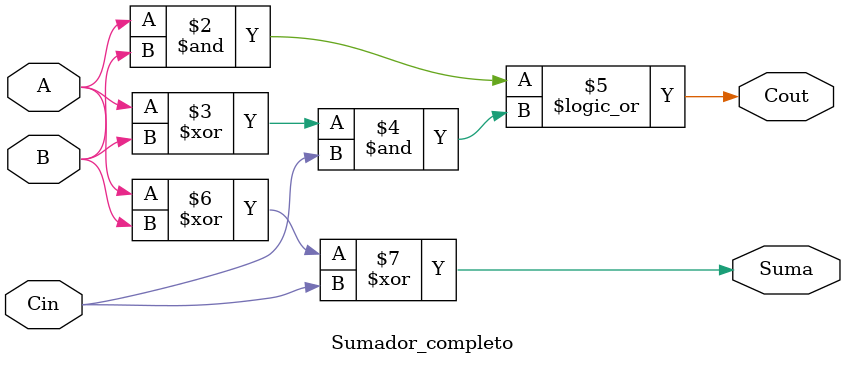
<source format=sv>
module Sumador_completo (
			input logic A, B, Cin,
			output logic Cout, Suma
);

always_comb begin
	Cout = (A & B)|| ((A ^ B)& Cin);
	Suma = (A ^ B) ^ Cin;
end

endmodule

</source>
